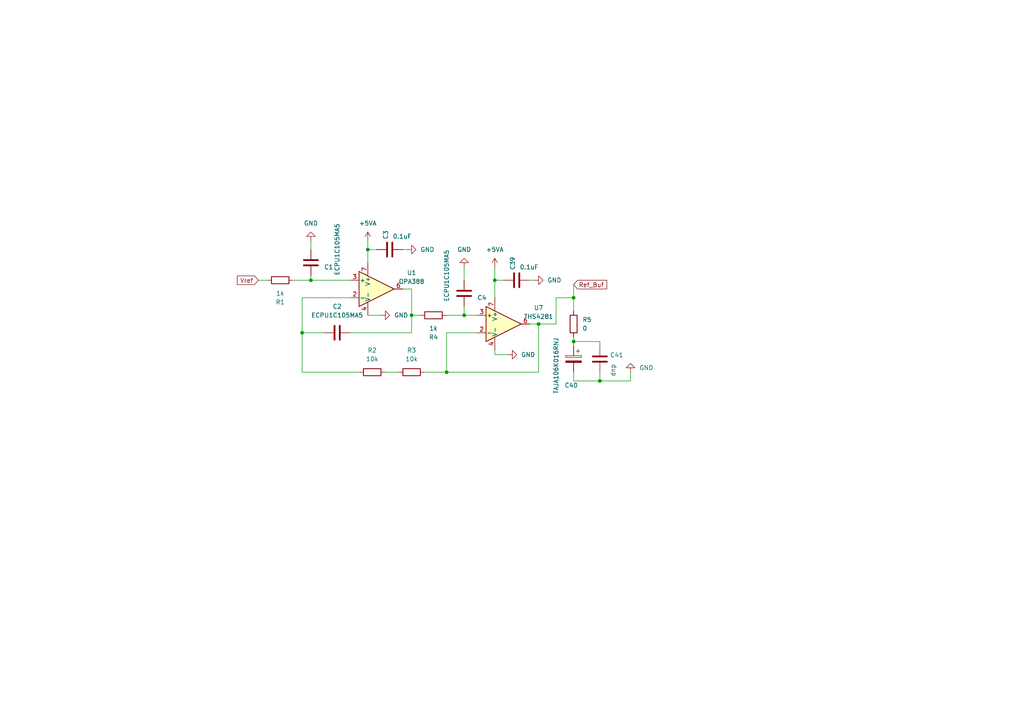
<source format=kicad_sch>
(kicad_sch (version 20211123) (generator eeschema)
  (paper "A4")
  (lib_symbols
    (symbol "Amplifier_Operational:OPA188xxD" (pin_names (offset 0.127))
      (property "Reference" "U" (at 0 6.35 0))
      (property "Value" "OPA188xxD" (at 0 3.81 0))
      (symbol "OPA188xxD_0_1"
        (polyline (pts (xy -5.08 5.08) (xy 5.08 0) (xy -5.08 -5.08) (xy -5.08 5.08)) (stroke (width 0.254)) (fill (type background)))
      )
      (symbol "OPA188xxD_1_1"
        (pin no_connect line (at -2.54 2.54 270) (length 2.54) hide (name "NC") (number "1"))
        (pin input line (at -7.62 -2.54 0) (length 2.54) (name "-") (number "2"))
        (pin input line (at -7.62 2.54 0) (length 2.54) (name "+") (number "3"))
        (pin power_in line (at -2.54 -7.62 90) (length 3.81) (name "V-") (number "4"))
        (pin no_connect line (at 0 2.54 270) (length 2.54) hide (name "NC") (number "5"))
        (pin output line (at 7.62 0 180) (length 2.54) (name "~") (number "6"))
        (pin power_in line (at -2.54 7.62 270) (length 3.81) (name "V+") (number "7"))
        (pin no_connect line (at 0 -2.54 90) (length 2.54) hide (name "NC") (number "8"))
      )
    )
    (symbol "Amplifier_Operational:THS4631D" (pin_names (offset 0.127))
      (property "Reference" "U" (at 0 6.35 0))
      (property "Value" "THS4631D" (at 0 3.81 0))
      (symbol "THS4631D_0_1"
        (polyline (pts (xy -5.08 5.08) (xy 5.08 0) (xy -5.08 -5.08) (xy -5.08 5.08)) (stroke (width 0.254)) (fill (type background)))
      )
      (symbol "THS4631D_1_1"
        (pin no_connect line (at -2.54 2.54 270) (length 2.54) hide (name "NC") (number "1"))
        (pin input line (at -7.62 -2.54 0) (length 2.54) (name "-") (number "2"))
        (pin input line (at -7.62 2.54 0) (length 2.54) (name "+") (number "3"))
        (pin power_in line (at -2.54 -7.62 90) (length 3.81) (name "V-") (number "4"))
        (pin no_connect line (at 0 2.54 270) (length 2.54) hide (name "NC") (number "5"))
        (pin output line (at 7.62 0 180) (length 2.54) (name "~") (number "6"))
        (pin power_in line (at -2.54 7.62 270) (length 3.81) (name "V+") (number "7"))
        (pin no_connect line (at 0 -2.54 90) (length 2.54) hide (name "NC") (number "8"))
      )
    )
    (symbol "Device:C" (pin_numbers hide) (pin_names (offset 0.254))
      (property "Reference" "C" (at 0.635 2.54 0))
      (property "Value" "C" (at 0.635 -2.54 0))
      (symbol "C_0_1"
        (polyline (pts (xy -2.032 -0.762) (xy 2.032 -0.762)) (stroke (width 0.508)))
        (polyline (pts (xy -2.032 0.762) (xy 2.032 0.762)) (stroke (width 0.508)))
      )
      (symbol "C_1_1"
        (pin passive line (at 0 3.81 270) (length 2.794) (name "~") (number "1"))
        (pin passive line (at 0 -3.81 90) (length 2.794) (name "~") (number "2"))
      )
    )
    (symbol "Device:CP" (pin_numbers hide) (pin_names (offset 0.254))
      (property "Reference" "C" (at 0.635 2.54 0))
      (property "Value" "Device_CP" (at 0.635 -2.54 0))
      (symbol "CP_0_1"
        (rectangle (start -2.286 0.508) (end 2.286 1.016))
        (polyline (pts (xy -1.778 2.286) (xy -0.762 2.286)))
        (polyline (pts (xy -1.27 2.794) (xy -1.27 1.778)))
        (rectangle (start 2.286 -0.508) (end -2.286 -1.016) (fill (type outline)))
      )
      (symbol "CP_1_1"
        (pin passive line (at 0 3.81 270) (length 2.794) (name "~") (number "1"))
        (pin passive line (at 0 -3.81 90) (length 2.794) (name "~") (number "2"))
      )
    )
    (symbol "Device:R" (pin_numbers hide) (pin_names (offset 0))
      (property "Reference" "R" (at 2.032 0 90))
      (property "Value" "R" (at 0 0 90))
      (symbol "R_0_1"
        (rectangle (start -1.016 -2.54) (end 1.016 2.54) (stroke (width 0.254)))
      )
      (symbol "R_1_1"
        (pin passive line (at 0 3.81 270) (length 1.27) (name "~") (number "1"))
        (pin passive line (at 0 -3.81 90) (length 1.27) (name "~") (number "2"))
      )
    )
    (symbol "power:+5VA" (power) (pin_names (offset 0))
      (property "Value" "+5VA" (at 0 3.556 0))
      (symbol "+5VA_0_1"
        (polyline (pts (xy -0.762 1.27) (xy 0 2.54)))
        (polyline (pts (xy 0 0) (xy 0 2.54)))
        (polyline (pts (xy 0 2.54) (xy 0.762 1.27)))
      )
      (symbol "+5VA_1_1"
        (pin power_in line (at 0 0 90) (length 0) hide (name "+5VA") (number "1"))
      )
    )
    (symbol "power:GND" (power) (pin_names (offset 0))
      (property "Value" "GND" (at 0 -3.81 0))
      (symbol "GND_0_1"
        (polyline (pts (xy 0 0) (xy 0 -1.27) (xy 1.27 -1.27) (xy 0 -2.54) (xy -1.27 -1.27) (xy 0 -1.27)))
      )
      (symbol "GND_1_1"
        (pin power_in line (at 0 0 270) (length 0) hide (name "GND") (number "1"))
      )
    )
  )
  (junction (at 87.63 96.52))
  (junction (at 119.38 91.44))
  (junction (at 173.99 110.49))
  (junction (at 166.37 99.06))
  (junction (at 134.62 91.44))
  (junction (at 90.17 81.28))
  (junction (at 129.54 107.95))
  (junction (at 156.21 93.98))
  (junction (at 166.37 86.36))
  (junction (at 143.51 81.28))
  (junction (at 106.68 72.39))
  (wire (pts (xy 146.05 81.28) (xy 143.51 81.28)))
  (wire (pts (xy 90.17 80.01) (xy 90.17 81.28)))
  (wire (pts (xy 147.32 102.87) (xy 143.51 102.87)))
  (wire (pts (xy 123.19 107.95) (xy 129.54 107.95)))
  (wire (pts (xy 104.14 107.95) (xy 87.63 107.95)))
  (wire (pts (xy 87.63 107.95) (xy 87.63 96.52)))
  (wire (pts (xy 134.62 88.9) (xy 134.62 91.44)))
  (wire (pts (xy 143.51 77.47) (xy 143.51 81.28)))
  (wire (pts (xy 90.17 81.28) (xy 85.09 81.28)))
  (wire (pts (xy 134.62 91.44) (xy 129.54 91.44)))
  (wire (pts (xy 119.38 91.44) (xy 121.92 91.44)))
  (wire (pts (xy 156.21 93.98) (xy 153.67 93.98)))
  (wire (pts (xy 166.37 86.36) (xy 161.29 86.36)))
  (wire (pts (xy 173.99 110.49) (xy 166.37 110.49)))
  (wire (pts (xy 101.6 81.28) (xy 90.17 81.28)))
  (wire (pts (xy 134.62 81.28) (xy 134.62 77.47)))
  (wire (pts (xy 143.51 81.28) (xy 143.51 86.36)))
  (wire (pts (xy 154.94 81.28) (xy 153.67 81.28)))
  (wire (pts (xy 173.99 99.06) (xy 173.99 100.33)))
  (wire (pts (xy 161.29 86.36) (xy 161.29 93.98)))
  (wire (pts (xy 166.37 97.79) (xy 166.37 99.06)))
  (wire (pts (xy 166.37 110.49) (xy 166.37 107.95)))
  (wire (pts (xy 106.68 72.39) (xy 106.68 76.2)))
  (wire (pts (xy 119.38 83.82) (xy 116.84 83.82)))
  (wire (pts (xy 166.37 99.06) (xy 173.99 99.06)))
  (wire (pts (xy 129.54 107.95) (xy 156.21 107.95)))
  (wire (pts (xy 111.76 107.95) (xy 115.57 107.95)))
  (wire (pts (xy 129.54 96.52) (xy 129.54 107.95)))
  (wire (pts (xy 106.68 72.39) (xy 106.68 69.85)))
  (wire (pts (xy 87.63 86.36) (xy 101.6 86.36)))
  (wire (pts (xy 118.11 72.39) (xy 116.84 72.39)))
  (wire (pts (xy 143.51 102.87) (xy 143.51 101.6)))
  (wire (pts (xy 101.6 96.52) (xy 119.38 96.52)))
  (wire (pts (xy 182.88 107.95) (xy 182.88 110.49)))
  (wire (pts (xy 138.43 96.52) (xy 129.54 96.52)))
  (wire (pts (xy 138.43 91.44) (xy 134.62 91.44)))
  (wire (pts (xy 87.63 86.36) (xy 87.63 96.52)))
  (wire (pts (xy 110.49 91.44) (xy 106.68 91.44)))
  (wire (pts (xy 109.22 72.39) (xy 106.68 72.39)))
  (wire (pts (xy 90.17 72.39) (xy 90.17 69.85)))
  (wire (pts (xy 156.21 93.98) (xy 156.21 107.95)))
  (wire (pts (xy 166.37 82.55) (xy 166.37 86.36)))
  (wire (pts (xy 77.47 81.28) (xy 74.93 81.28)))
  (wire (pts (xy 166.37 90.17) (xy 166.37 86.36)))
  (wire (pts (xy 87.63 96.52) (xy 93.98 96.52)))
  (wire (pts (xy 161.29 93.98) (xy 156.21 93.98)))
  (wire (pts (xy 173.99 107.95) (xy 173.99 110.49)))
  (wire (pts (xy 119.38 96.52) (xy 119.38 91.44)))
  (wire (pts (xy 166.37 99.06) (xy 166.37 100.33)))
  (wire (pts (xy 182.88 110.49) (xy 173.99 110.49)))
  (wire (pts (xy 119.38 91.44) (xy 119.38 83.82)))
  (global_label "Ref_Buf" (shape input) (at 166.37 82.55 0) (property "Intersheet References" "${INTERSHEET_REFS}" (effects hide)))
  (global_label "Vref" (shape input) (at 74.93 81.28 180) (property "Intersheet References" "${INTERSHEET_REFS}" (effects hide)))
  (symbol (lib_id "power:GND") (at 182.88 107.95 180) (unit 1)
    (property "Reference" "#PWR0127" (effects hide))
    (property "Value" "GND" (at 185.42 106.6799 0) (effects (justify right)))
  )
  (symbol (lib_id "power:GND") (at 90.17 69.85 0) (mirror x) (unit 1)
    (property "Reference" "#PWR0126" (effects hide))
    (property "Value" "GND" (at 90.17 64.77 0))
  )
  (symbol (lib_id "Device:R") (at 81.28 81.28 270) (mirror x) (unit 1)
    (property "Reference" "R1" (at 81.28 87.63 90))
    (property "Value" "1k" (at 81.28 85.09 90))
    (property "Footprint" "Resistor_SMD:R_0805_2012Metric" (effects hide))
  )
  (symbol (lib_id "power:GND") (at 134.62 77.47 0) (mirror x) (unit 1)
    (property "Reference" "#PWR0103" (effects hide))
    (property "Value" "GND" (at 134.62 72.39 0))
  )
  (symbol (lib_id "Device:R") (at 107.95 107.95 270) (mirror x) (unit 1)
    (property "Reference" "R2" (at 107.95 101.6 90))
    (property "Value" "10k" (at 107.95 104.14 90))
    (property "Footprint" "Resistor_SMD:R_0805_2012Metric" (effects hide))
  )
  (symbol (lib_id "Device:C") (at 149.86 81.28 90) (unit 1)
    (property "Reference" "C39" (at 148.6916 78.359 0) (effects (justify left)))
    (property "Value" "0.1uF" (at 156.21 77.47 90) (effects (justify left)))
    (property "Footprint" "Capacitor_SMD:C_0603_1608Metric_Pad1.08x0.95mm_HandSolder" (effects hide))
  )
  (symbol (lib_id "Device:C") (at 97.79 96.52 90) (unit 1)
    (property "Reference" "C2" (at 97.79 88.9 90))
    (property "Value" "ECPU1C105MA5" (at 97.79 91.44 90))
    (property "Footprint" "Capacitor_SMD:C_1210_3225Metric" (effects hide))
  )
  (symbol (lib_id "Device:R") (at 125.73 91.44 270) (mirror x) (unit 1)
    (property "Reference" "R4" (at 125.73 97.79 90))
    (property "Value" "1k" (at 125.73 95.25 90))
    (property "Footprint" "Resistor_SMD:R_0805_2012Metric" (effects hide))
  )
  (symbol (lib_id "Device:R") (at 119.38 107.95 270) (mirror x) (unit 1)
    (property "Reference" "R3" (at 119.38 101.6 90))
    (property "Value" "10k" (at 119.38 104.14 90))
    (property "Footprint" "Resistor_SMD:R_0805_2012Metric" (effects hide))
  )
  (symbol (lib_id "power:GND") (at 110.49 91.44 90) (unit 1)
    (property "Reference" "#PWR0105" (effects hide))
    (property "Value" "GND" (at 114.3 91.4399 90) (effects (justify right)))
  )
  (symbol (lib_id "Device:CP") (at 166.37 104.14 0) (mirror y) (unit 1)
    (property "Reference" "C40" (at 167.64 111.76 0) (effects (justify left)))
    (property "Value" "TAJA106K016RNJ" (at 161.29 114.3 90) (effects (justify left)))
    (property "Footprint" "Capacitor_Tantalum_SMD:CP_EIA-3528-12_Kemet-T" (effects hide))
  )
  (symbol (lib_id "Device:C") (at 113.03 72.39 90) (unit 1)
    (property "Reference" "C3" (at 111.8616 69.469 0) (effects (justify left)))
    (property "Value" "0.1uF" (at 119.38 68.58 90) (effects (justify left)))
    (property "Footprint" "Capacitor_SMD:C_0603_1608Metric_Pad1.08x0.95mm_HandSolder" (effects hide))
  )
  (symbol (lib_id "power:GND") (at 118.11 72.39 90) (unit 1)
    (property "Reference" "#PWR0101" (effects hide))
    (property "Value" "GND" (at 121.92 72.3899 90) (effects (justify right)))
  )
  (symbol (lib_id "power:GND") (at 147.32 102.87 90) (unit 1)
    (property "Reference" "#PWR0128" (effects hide))
    (property "Value" "GND" (at 151.13 102.8699 90) (effects (justify right)))
  )
  (symbol (lib_id "Device:R") (at 166.37 93.98 0) (mirror y) (unit 1)
    (property "Reference" "R5" (at 168.91 92.7099 0) (effects (justify right)))
    (property "Value" "0" (at 168.91 95.2499 0) (effects (justify right)))
    (property "Footprint" "Resistor_SMD:R_0805_2012Metric" (effects hide))
  )
  (symbol (lib_id "power:+5VA") (at 143.51 77.47 0) (unit 1)
    (property "Reference" "#PWR0104" (effects hide))
    (property "Value" "+5VA" (at 143.51 72.39 0))
  )
  (symbol (lib_id "Amplifier_Operational:THS4631D") (at 146.05 93.98 0) (unit 1)
    (property "Reference" "U7" (at 156.21 89.281 0))
    (property "Value" "THS4281" (at 156.21 91.821 0))
    (property "Footprint" "Package_SO:SOIC-8_3.9x4.9mm_P1.27mm" (effects hide))
    (property "Datasheet" "www.ti.com/lit/ds/symlink/ths4631.pdf" (effects hide))
  )
  (symbol (lib_id "power:+5VA") (at 106.68 69.85 0) (unit 1)
    (property "Reference" "#PWR0102" (effects hide))
    (property "Value" "+5VA" (at 106.68 64.77 0))
  )
  (symbol (lib_id "Device:C") (at 134.62 85.09 0) (mirror x) (unit 1)
    (property "Reference" "C4" (at 138.43 86.3601 0) (effects (justify left)))
    (property "Value" "ECPU1C105MA5" (at 129.54 72.39 90) (effects (justify left)))
    (property "Footprint" "Capacitor_SMD:C_1210_3225Metric" (effects hide))
  )
  (symbol (lib_id "Device:C") (at 173.99 104.14 0) (unit 1)
    (property "Reference" "C41" (at 176.911 102.9716 0) (effects (justify left)))
    (property "Value" "dnp" (at 177.8 109.22 90) (effects (justify left)))
    (property "Footprint" "Capacitor_SMD:C_0805_2012Metric" (effects hide))
  )
  (symbol (lib_id "Amplifier_Operational:OPA188xxD") (at 109.22 83.82 0) (unit 1)
    (property "Reference" "U1" (at 119.38 79.121 0))
    (property "Value" "OPA388" (at 119.38 81.661 0))
    (property "Footprint" "Package_SO:SOIC-8_3.9x4.9mm_P1.27mm" (effects hide))
    (property "Datasheet" "http://www.ti.com/lit/ds/symlink/opa188.pdf" (effects hide))
  )
  (symbol (lib_id "power:GND") (at 154.94 81.28 90) (unit 1)
    (property "Reference" "#PWR0129" (effects hide))
    (property "Value" "GND" (at 158.75 81.2799 90) (effects (justify right)))
  )
  (symbol (lib_id "Device:C") (at 90.17 76.2 0) (mirror x) (unit 1)
    (property "Reference" "C1" (at 93.98 77.4701 0) (effects (justify left)))
    (property "Value" "ECPU1C105MA5" (at 97.79 64.77 90) (effects (justify left)))
    (property "Footprint" "Capacitor_SMD:C_1210_3225Metric" (effects hide))
  )
)
</source>
